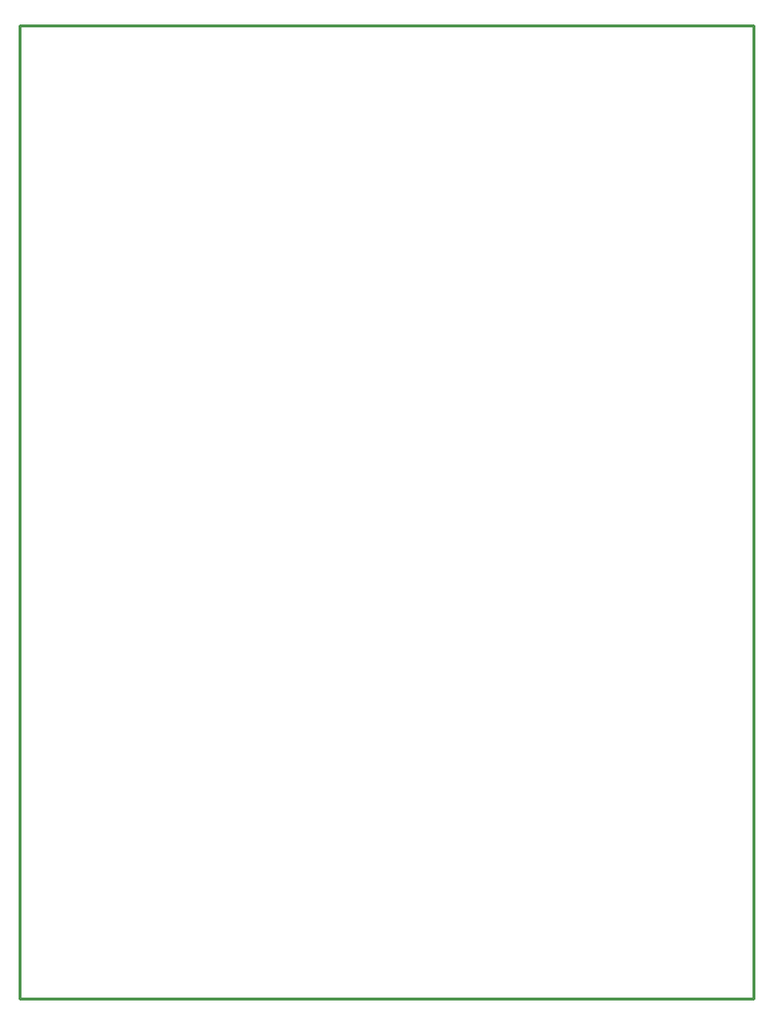
<source format=gko>
%FSTAX23Y23*%
%MOIN*%
%SFA1B1*%

%IPPOS*%
%ADD18C,0.010000*%
%LNtankboardpcb1-1*%
%LPD*%
G54D18*
X03502Y04999D02*
Y01685D01*
X00999D02*
X03502D01*
X00999D02*
Y04999D01*
X03502*
M02*
</source>
